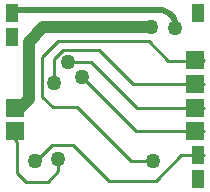
<source format=gbl>
%FSTAX25Y25*%
%MOIN*%
%SFA1B1*%

%IPPOS*%
%ADD11C,0.010000*%
%ADD12C,0.039370*%
%ADD13R,0.039370X0.059060*%
%ADD14R,0.059060X0.059060*%
%ADD15C,0.050000*%
%ADD16C,0.019690*%
%LNrfm69c_to_rfm69hc-1*%
%LPD*%
G54D11*
X010163Y0164469D02*
D01*
X0101372Y0164459*
X0101115Y0164433*
X0100861Y0164388*
X010061Y0164325*
X0100365Y0164246*
X0100126Y0164149*
X0099894Y0164036*
X009967Y0163907*
X0099456Y0163762*
X0099253Y0163604*
X0099061Y0163431*
X0099016Y0163386*
X0155216Y0157283D02*
Y0159706D01*
X0124114Y0142224D02*
X0142323Y0124016D01*
X0164764*
X0141339Y0139764D02*
X0164764D01*
X0142421Y013189D02*
X0164764D01*
X0127067Y0147244D02*
X0142421Y013189D01*
X0129858Y0151244D02*
X0141339Y0139764D01*
X0116339Y0110728D02*
Y0114567D01*
X0112894Y0107283D02*
X0116339Y0110728D01*
X0105512Y0107283D02*
X0112894D01*
X0102559Y0110236D02*
X0105512Y0107283D01*
X0102559Y0110236D02*
Y0120472D01*
X0099016Y0124016D02*
X0102559Y0120472D01*
X011793Y0151244D02*
X0129858D01*
X0119587Y0147244D02*
X0127067D01*
X0114937Y0148252D02*
X011793Y0151244D01*
X0114937Y0140181D02*
X0114961Y0140157D01*
X0114937Y0140181D02*
Y0148252D01*
X0108465Y0113681D02*
X0114173Y011939D01*
X012126*
X0133071Y0107579*
X0148721*
X0157283Y0116142*
X0164764*
X0140453Y0114272D02*
X0147835D01*
X0122638Y0132087D02*
X0140453Y0114272D01*
X011437Y0132087D02*
X0122638D01*
X0110961Y0135496D02*
X011437Y0132087D01*
X0110961Y0135496D02*
Y0148854D01*
X0116142Y0154035*
X0146457*
X0152953Y0147539*
X0164666*
X0164764Y0147638*
G54D12*
X0103346Y013189D02*
X0106398Y0134941D01*
X0111087Y0158626D02*
X0147181D01*
X0106398Y0134941D02*
Y0153937D01*
X0111087Y0158626*
G54D13*
X0162992Y0163386D03*
Y0116142D03*
Y0108268D03*
X0100787Y0155512D03*
Y0163386D03*
G54D14*
X0162008Y0147638D03*
Y0139764D03*
Y013189D03*
Y0124016D03*
X0101771D03*
Y013189D03*
G54D15*
X0155216Y0158465D03*
X0124114Y0142224D03*
X0108465Y0114272D03*
X0147181Y0158626D03*
X0116339Y0114665D03*
X0119587Y0147244D03*
X0114961Y0140157D03*
X0147835Y0114272D03*
G54D16*
X0153937Y0162795D02*
D01*
X0153645Y0163066*
X0153335Y0163317*
X0153008Y0163546*
X0152667Y0163751*
X0152311Y0163932*
X0151945Y0164088*
X0151568Y0164218*
X0151182Y0164321*
X0150791Y0164397*
X0150395Y0164446*
X0149997Y0164467*
X0149898Y0164469*
X0155216Y0159706D02*
D01*
X0155205Y016001*
X0155173Y0160313*
X015512Y0160614*
X0155046Y0160909*
X0154952Y0161199*
X0154838Y0161482*
X0154704Y0161756*
X0154552Y016202*
X0154381Y0162273*
X0154194Y0162513*
X015399Y016274*
X0153937Y0162795*
X010163Y0164469D02*
X0149898D01*
M02*
</source>
